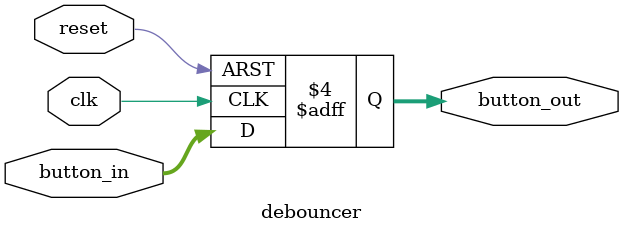
<source format=v>
module debouncer
(input clk, // 100 Mhz clock source on Basys 3 FPGA
    input reset, // reset
    input [4:0] button_in, 
    output reg [4:0] button_out
);

localparam threshold = 24'hFFFFFF;
reg [26:0] counter; 


reg [4:0] button_d1, button_d2; 
always @ (posedge clk) 
begin
    button_d1 <= button_in;
    button_d2 <= button_d1;
end

always @(posedge clk or posedge reset)
    begin
        if(reset==1) begin
            counter <= 1;
            button_out <= 0;
        end
        else begin
            /*button_out <= 0;
            if (|button_d2) begin
                 if(~&counter) 
                     counter <= counter + 1;
            end
            else begin
                if (|counter) 
                    counter <= counter - 1;
            end
            if (counter > threshold) begin
                button_out <= button_d2;
                counter <= 0;
            end*/
            button_out = button_in;
        end
    end 
 

 endmodule
</source>
